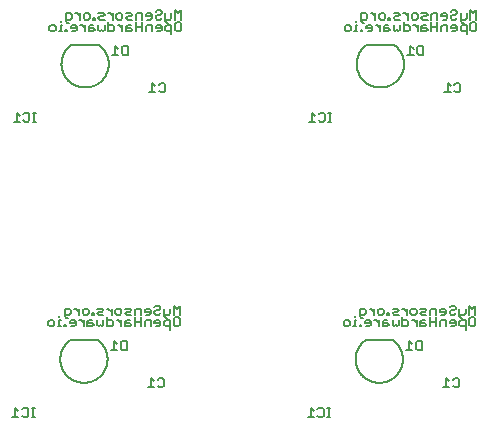
<source format=gbo>
G75*
%MOIN*%
%OFA0B0*%
%FSLAX25Y25*%
%IPPOS*%
%LPD*%
%AMOC8*
5,1,8,0,0,1.08239X$1,22.5*
%
%ADD10C,0.00500*%
D10*
X0026569Y0031104D02*
X0028599Y0031104D01*
X0027584Y0031104D02*
X0027584Y0034150D01*
X0028599Y0033135D01*
X0029831Y0033643D02*
X0030339Y0034150D01*
X0031354Y0034150D01*
X0031862Y0033643D01*
X0031862Y0031612D01*
X0031354Y0031104D01*
X0030339Y0031104D01*
X0029831Y0031612D01*
X0033022Y0031104D02*
X0034037Y0031104D01*
X0033529Y0031104D02*
X0033529Y0034150D01*
X0033022Y0034150D02*
X0034037Y0034150D01*
X0045685Y0056708D02*
X0045532Y0056591D01*
X0045382Y0056469D01*
X0045235Y0056344D01*
X0045091Y0056216D01*
X0044951Y0056084D01*
X0044813Y0055949D01*
X0044679Y0055810D01*
X0044549Y0055668D01*
X0044422Y0055523D01*
X0044298Y0055375D01*
X0044178Y0055224D01*
X0044062Y0055070D01*
X0043950Y0054913D01*
X0043842Y0054753D01*
X0043737Y0054591D01*
X0043637Y0054426D01*
X0043541Y0054259D01*
X0043448Y0054090D01*
X0043360Y0053919D01*
X0043277Y0053745D01*
X0043197Y0053569D01*
X0043122Y0053392D01*
X0043051Y0053212D01*
X0042984Y0053031D01*
X0042922Y0052849D01*
X0042865Y0052665D01*
X0042812Y0052479D01*
X0042764Y0052292D01*
X0042720Y0052105D01*
X0042681Y0051916D01*
X0042646Y0051726D01*
X0042616Y0051536D01*
X0042591Y0051344D01*
X0042570Y0051153D01*
X0042554Y0050961D01*
X0042543Y0050768D01*
X0042537Y0050575D01*
X0042535Y0050382D01*
X0042538Y0050190D01*
X0042546Y0049997D01*
X0042558Y0049805D01*
X0042575Y0049612D01*
X0042597Y0049421D01*
X0042624Y0049230D01*
X0042655Y0049040D01*
X0042691Y0048850D01*
X0042731Y0048662D01*
X0042776Y0048474D01*
X0042826Y0048288D01*
X0042880Y0048103D01*
X0042939Y0047919D01*
X0043002Y0047737D01*
X0043070Y0047556D01*
X0043142Y0047377D01*
X0043218Y0047200D01*
X0043299Y0047025D01*
X0043384Y0046852D01*
X0043473Y0046681D01*
X0043567Y0046512D01*
X0043664Y0046346D01*
X0043766Y0046182D01*
X0043871Y0046021D01*
X0043981Y0045862D01*
X0044094Y0045706D01*
X0044211Y0045553D01*
X0044332Y0045402D01*
X0044456Y0045255D01*
X0044584Y0045111D01*
X0044716Y0044970D01*
X0044851Y0044832D01*
X0044989Y0044697D01*
X0045130Y0044566D01*
X0045275Y0044439D01*
X0045423Y0044315D01*
X0045573Y0044195D01*
X0045727Y0044078D01*
X0045884Y0043965D01*
X0046043Y0043856D01*
X0046204Y0043752D01*
X0046369Y0043651D01*
X0046535Y0043554D01*
X0046705Y0043461D01*
X0046876Y0043372D01*
X0047049Y0043288D01*
X0047225Y0043208D01*
X0047402Y0043132D01*
X0047581Y0043060D01*
X0047762Y0042993D01*
X0047944Y0042931D01*
X0048128Y0042873D01*
X0048313Y0042819D01*
X0048500Y0042770D01*
X0048687Y0042726D01*
X0048876Y0042686D01*
X0049066Y0042650D01*
X0049256Y0042620D01*
X0049447Y0042594D01*
X0049639Y0042573D01*
X0049831Y0042556D01*
X0050023Y0042544D01*
X0050216Y0042537D01*
X0050409Y0042535D01*
X0050602Y0042537D01*
X0050795Y0042544D01*
X0050987Y0042556D01*
X0051179Y0042573D01*
X0051371Y0042594D01*
X0051562Y0042620D01*
X0051752Y0042650D01*
X0051942Y0042686D01*
X0052131Y0042726D01*
X0052318Y0042770D01*
X0052505Y0042819D01*
X0052690Y0042873D01*
X0052874Y0042931D01*
X0053056Y0042993D01*
X0053237Y0043060D01*
X0053416Y0043132D01*
X0053593Y0043208D01*
X0053769Y0043288D01*
X0053942Y0043372D01*
X0054113Y0043461D01*
X0054283Y0043554D01*
X0054449Y0043651D01*
X0054614Y0043752D01*
X0054775Y0043856D01*
X0054934Y0043965D01*
X0055091Y0044078D01*
X0055245Y0044195D01*
X0055395Y0044315D01*
X0055543Y0044439D01*
X0055688Y0044566D01*
X0055829Y0044697D01*
X0055967Y0044832D01*
X0056102Y0044970D01*
X0056234Y0045111D01*
X0056362Y0045255D01*
X0056486Y0045402D01*
X0056607Y0045553D01*
X0056724Y0045706D01*
X0056837Y0045862D01*
X0056947Y0046021D01*
X0057052Y0046182D01*
X0057154Y0046346D01*
X0057251Y0046512D01*
X0057345Y0046681D01*
X0057434Y0046852D01*
X0057519Y0047025D01*
X0057600Y0047200D01*
X0057676Y0047377D01*
X0057748Y0047556D01*
X0057816Y0047737D01*
X0057879Y0047919D01*
X0057938Y0048103D01*
X0057992Y0048288D01*
X0058042Y0048474D01*
X0058087Y0048662D01*
X0058127Y0048850D01*
X0058163Y0049040D01*
X0058194Y0049230D01*
X0058221Y0049421D01*
X0058243Y0049612D01*
X0058260Y0049805D01*
X0058272Y0049997D01*
X0058280Y0050190D01*
X0058283Y0050382D01*
X0058281Y0050575D01*
X0058275Y0050768D01*
X0058264Y0050961D01*
X0058248Y0051153D01*
X0058227Y0051344D01*
X0058202Y0051536D01*
X0058172Y0051726D01*
X0058137Y0051916D01*
X0058098Y0052105D01*
X0058054Y0052292D01*
X0058006Y0052479D01*
X0057953Y0052665D01*
X0057896Y0052849D01*
X0057834Y0053031D01*
X0057767Y0053212D01*
X0057696Y0053392D01*
X0057621Y0053569D01*
X0057541Y0053745D01*
X0057458Y0053919D01*
X0057370Y0054090D01*
X0057277Y0054259D01*
X0057181Y0054426D01*
X0057081Y0054591D01*
X0056976Y0054753D01*
X0056868Y0054913D01*
X0056756Y0055070D01*
X0056640Y0055224D01*
X0056520Y0055375D01*
X0056396Y0055523D01*
X0056269Y0055668D01*
X0056139Y0055810D01*
X0056005Y0055949D01*
X0055867Y0056084D01*
X0055727Y0056216D01*
X0055583Y0056344D01*
X0055436Y0056469D01*
X0055286Y0056591D01*
X0055133Y0056708D01*
X0055134Y0056709D02*
X0045685Y0056709D01*
X0046119Y0061289D02*
X0047134Y0061289D01*
X0047642Y0061797D01*
X0047642Y0062812D01*
X0047134Y0063320D01*
X0046119Y0063320D01*
X0045611Y0062812D01*
X0045611Y0062305D01*
X0047642Y0062305D01*
X0048838Y0063320D02*
X0049345Y0063320D01*
X0050360Y0062305D01*
X0050360Y0063320D02*
X0050360Y0061289D01*
X0051592Y0061289D02*
X0053115Y0061289D01*
X0053623Y0061797D01*
X0053115Y0062305D01*
X0051592Y0062305D01*
X0051592Y0062812D02*
X0051592Y0061289D01*
X0051592Y0062812D02*
X0052100Y0063320D01*
X0053115Y0063320D01*
X0054855Y0063320D02*
X0054855Y0061797D01*
X0055363Y0061289D01*
X0055870Y0061797D01*
X0056378Y0061289D01*
X0056886Y0061797D01*
X0056886Y0063320D01*
X0058118Y0063320D02*
X0059641Y0063320D01*
X0060148Y0062812D01*
X0060148Y0061797D01*
X0059641Y0061289D01*
X0058118Y0061289D01*
X0058118Y0064335D01*
X0056886Y0065187D02*
X0055363Y0065187D01*
X0054855Y0065695D01*
X0055363Y0066202D01*
X0056378Y0066202D01*
X0056886Y0066710D01*
X0056378Y0067218D01*
X0054855Y0067218D01*
X0053623Y0065695D02*
X0053115Y0065695D01*
X0053115Y0065187D01*
X0053623Y0065187D01*
X0053623Y0065695D01*
X0051992Y0065695D02*
X0051484Y0065187D01*
X0050469Y0065187D01*
X0049961Y0065695D01*
X0049961Y0066710D01*
X0050469Y0067218D01*
X0051484Y0067218D01*
X0051992Y0066710D01*
X0051992Y0065695D01*
X0048729Y0066202D02*
X0047714Y0067218D01*
X0047206Y0067218D01*
X0046010Y0066710D02*
X0046010Y0065695D01*
X0045503Y0065187D01*
X0043980Y0065187D01*
X0043980Y0064679D02*
X0043980Y0067218D01*
X0045503Y0067218D01*
X0046010Y0066710D01*
X0044995Y0064172D02*
X0044487Y0064172D01*
X0043980Y0064679D01*
X0042240Y0064843D02*
X0042240Y0064335D01*
X0042240Y0063320D02*
X0042240Y0061289D01*
X0042748Y0061289D02*
X0041732Y0061289D01*
X0040573Y0061797D02*
X0040065Y0061289D01*
X0039050Y0061289D01*
X0038542Y0061797D01*
X0038542Y0062812D01*
X0039050Y0063320D01*
X0040065Y0063320D01*
X0040573Y0062812D01*
X0040573Y0061797D01*
X0042240Y0063320D02*
X0042748Y0063320D01*
X0043871Y0061797D02*
X0043871Y0061289D01*
X0044379Y0061289D01*
X0044379Y0061797D01*
X0043871Y0061797D01*
X0048729Y0065187D02*
X0048729Y0067218D01*
X0058082Y0067218D02*
X0058589Y0067218D01*
X0059605Y0066202D01*
X0059605Y0065187D02*
X0059605Y0067218D01*
X0060837Y0066710D02*
X0060837Y0065695D01*
X0061344Y0065187D01*
X0062360Y0065187D01*
X0062867Y0065695D01*
X0062867Y0066710D01*
X0062360Y0067218D01*
X0061344Y0067218D01*
X0060837Y0066710D01*
X0064099Y0067218D02*
X0065622Y0067218D01*
X0066130Y0066710D01*
X0065622Y0066202D01*
X0064607Y0066202D01*
X0064099Y0065695D01*
X0064607Y0065187D01*
X0066130Y0065187D01*
X0067362Y0065187D02*
X0067362Y0066710D01*
X0067869Y0067218D01*
X0069392Y0067218D01*
X0069392Y0065187D01*
X0069392Y0064335D02*
X0069392Y0061289D01*
X0070624Y0061289D02*
X0070624Y0062812D01*
X0071132Y0063320D01*
X0072655Y0063320D01*
X0072655Y0061289D01*
X0073887Y0062305D02*
X0075918Y0062305D01*
X0075918Y0062812D02*
X0075410Y0063320D01*
X0074395Y0063320D01*
X0073887Y0062812D01*
X0073887Y0062305D01*
X0074395Y0061289D02*
X0075410Y0061289D01*
X0075918Y0061797D01*
X0075918Y0062812D01*
X0077150Y0062812D02*
X0077150Y0061797D01*
X0077657Y0061289D01*
X0079180Y0061289D01*
X0079180Y0060274D02*
X0079180Y0063320D01*
X0077657Y0063320D01*
X0077150Y0062812D01*
X0077657Y0064172D02*
X0078165Y0064172D01*
X0077657Y0064172D02*
X0077150Y0064679D01*
X0077150Y0067218D01*
X0075918Y0067218D02*
X0075410Y0066710D01*
X0074395Y0066710D01*
X0073887Y0066202D01*
X0073887Y0065695D01*
X0074395Y0065187D01*
X0075410Y0065187D01*
X0075918Y0065695D01*
X0077150Y0065187D02*
X0078673Y0065187D01*
X0079180Y0065695D01*
X0079180Y0067218D01*
X0080412Y0068233D02*
X0080412Y0065187D01*
X0080920Y0064335D02*
X0080412Y0063828D01*
X0080412Y0061797D01*
X0080920Y0061289D01*
X0081935Y0061289D01*
X0082443Y0061797D01*
X0082443Y0063828D01*
X0081935Y0064335D01*
X0080920Y0064335D01*
X0082443Y0065187D02*
X0082443Y0068233D01*
X0081428Y0067218D01*
X0080412Y0068233D01*
X0075918Y0067725D02*
X0075918Y0067218D01*
X0075918Y0067725D02*
X0075410Y0068233D01*
X0074395Y0068233D01*
X0073887Y0067725D01*
X0072655Y0066710D02*
X0072655Y0065695D01*
X0072147Y0065187D01*
X0071132Y0065187D01*
X0070624Y0066202D02*
X0072655Y0066202D01*
X0072655Y0066710D02*
X0072147Y0067218D01*
X0071132Y0067218D01*
X0070624Y0066710D01*
X0070624Y0066202D01*
X0069392Y0062812D02*
X0067362Y0062812D01*
X0067362Y0064335D02*
X0067362Y0061289D01*
X0066130Y0061797D02*
X0065622Y0062305D01*
X0064099Y0062305D01*
X0064099Y0062812D02*
X0064099Y0061289D01*
X0065622Y0061289D01*
X0066130Y0061797D01*
X0065622Y0063320D02*
X0064607Y0063320D01*
X0064099Y0062812D01*
X0062867Y0062305D02*
X0061852Y0063320D01*
X0061344Y0063320D01*
X0062867Y0063320D02*
X0062867Y0061289D01*
X0063203Y0056461D02*
X0064726Y0056461D01*
X0064726Y0053415D01*
X0063203Y0053415D01*
X0062696Y0053923D01*
X0062696Y0055954D01*
X0063203Y0056461D01*
X0061464Y0055446D02*
X0060448Y0056461D01*
X0060448Y0053415D01*
X0059433Y0053415D02*
X0061464Y0053415D01*
X0072791Y0044001D02*
X0072791Y0040955D01*
X0073806Y0040955D02*
X0071776Y0040955D01*
X0073806Y0042985D02*
X0072791Y0044001D01*
X0075038Y0043493D02*
X0075546Y0044001D01*
X0076561Y0044001D01*
X0077069Y0043493D01*
X0077069Y0041462D01*
X0076561Y0040955D01*
X0075546Y0040955D01*
X0075038Y0041462D01*
X0124994Y0031104D02*
X0127024Y0031104D01*
X0126009Y0031104D02*
X0126009Y0034150D01*
X0127024Y0033135D01*
X0128256Y0033643D02*
X0128764Y0034150D01*
X0129779Y0034150D01*
X0130287Y0033643D01*
X0130287Y0031612D01*
X0129779Y0031104D01*
X0128764Y0031104D01*
X0128256Y0031612D01*
X0131447Y0031104D02*
X0132462Y0031104D01*
X0131955Y0031104D02*
X0131955Y0034150D01*
X0132462Y0034150D02*
X0131447Y0034150D01*
X0144111Y0056708D02*
X0143958Y0056591D01*
X0143808Y0056469D01*
X0143661Y0056344D01*
X0143517Y0056216D01*
X0143377Y0056084D01*
X0143239Y0055949D01*
X0143105Y0055810D01*
X0142975Y0055668D01*
X0142848Y0055523D01*
X0142724Y0055375D01*
X0142604Y0055224D01*
X0142488Y0055070D01*
X0142376Y0054913D01*
X0142268Y0054753D01*
X0142163Y0054591D01*
X0142063Y0054426D01*
X0141967Y0054259D01*
X0141874Y0054090D01*
X0141786Y0053919D01*
X0141703Y0053745D01*
X0141623Y0053569D01*
X0141548Y0053392D01*
X0141477Y0053212D01*
X0141410Y0053031D01*
X0141348Y0052849D01*
X0141291Y0052665D01*
X0141238Y0052479D01*
X0141190Y0052292D01*
X0141146Y0052105D01*
X0141107Y0051916D01*
X0141072Y0051726D01*
X0141042Y0051536D01*
X0141017Y0051344D01*
X0140996Y0051153D01*
X0140980Y0050961D01*
X0140969Y0050768D01*
X0140963Y0050575D01*
X0140961Y0050382D01*
X0140964Y0050190D01*
X0140972Y0049997D01*
X0140984Y0049805D01*
X0141001Y0049612D01*
X0141023Y0049421D01*
X0141050Y0049230D01*
X0141081Y0049040D01*
X0141117Y0048850D01*
X0141157Y0048662D01*
X0141202Y0048474D01*
X0141252Y0048288D01*
X0141306Y0048103D01*
X0141365Y0047919D01*
X0141428Y0047737D01*
X0141496Y0047556D01*
X0141568Y0047377D01*
X0141644Y0047200D01*
X0141725Y0047025D01*
X0141810Y0046852D01*
X0141899Y0046681D01*
X0141993Y0046512D01*
X0142090Y0046346D01*
X0142192Y0046182D01*
X0142297Y0046021D01*
X0142407Y0045862D01*
X0142520Y0045706D01*
X0142637Y0045553D01*
X0142758Y0045402D01*
X0142882Y0045255D01*
X0143010Y0045111D01*
X0143142Y0044970D01*
X0143277Y0044832D01*
X0143415Y0044697D01*
X0143556Y0044566D01*
X0143701Y0044439D01*
X0143849Y0044315D01*
X0143999Y0044195D01*
X0144153Y0044078D01*
X0144310Y0043965D01*
X0144469Y0043856D01*
X0144630Y0043752D01*
X0144795Y0043651D01*
X0144961Y0043554D01*
X0145131Y0043461D01*
X0145302Y0043372D01*
X0145475Y0043288D01*
X0145651Y0043208D01*
X0145828Y0043132D01*
X0146007Y0043060D01*
X0146188Y0042993D01*
X0146370Y0042931D01*
X0146554Y0042873D01*
X0146739Y0042819D01*
X0146926Y0042770D01*
X0147113Y0042726D01*
X0147302Y0042686D01*
X0147492Y0042650D01*
X0147682Y0042620D01*
X0147873Y0042594D01*
X0148065Y0042573D01*
X0148257Y0042556D01*
X0148449Y0042544D01*
X0148642Y0042537D01*
X0148835Y0042535D01*
X0149028Y0042537D01*
X0149221Y0042544D01*
X0149413Y0042556D01*
X0149605Y0042573D01*
X0149797Y0042594D01*
X0149988Y0042620D01*
X0150178Y0042650D01*
X0150368Y0042686D01*
X0150557Y0042726D01*
X0150744Y0042770D01*
X0150931Y0042819D01*
X0151116Y0042873D01*
X0151300Y0042931D01*
X0151482Y0042993D01*
X0151663Y0043060D01*
X0151842Y0043132D01*
X0152019Y0043208D01*
X0152195Y0043288D01*
X0152368Y0043372D01*
X0152539Y0043461D01*
X0152709Y0043554D01*
X0152875Y0043651D01*
X0153040Y0043752D01*
X0153201Y0043856D01*
X0153360Y0043965D01*
X0153517Y0044078D01*
X0153671Y0044195D01*
X0153821Y0044315D01*
X0153969Y0044439D01*
X0154114Y0044566D01*
X0154255Y0044697D01*
X0154393Y0044832D01*
X0154528Y0044970D01*
X0154660Y0045111D01*
X0154788Y0045255D01*
X0154912Y0045402D01*
X0155033Y0045553D01*
X0155150Y0045706D01*
X0155263Y0045862D01*
X0155373Y0046021D01*
X0155478Y0046182D01*
X0155580Y0046346D01*
X0155677Y0046512D01*
X0155771Y0046681D01*
X0155860Y0046852D01*
X0155945Y0047025D01*
X0156026Y0047200D01*
X0156102Y0047377D01*
X0156174Y0047556D01*
X0156242Y0047737D01*
X0156305Y0047919D01*
X0156364Y0048103D01*
X0156418Y0048288D01*
X0156468Y0048474D01*
X0156513Y0048662D01*
X0156553Y0048850D01*
X0156589Y0049040D01*
X0156620Y0049230D01*
X0156647Y0049421D01*
X0156669Y0049612D01*
X0156686Y0049805D01*
X0156698Y0049997D01*
X0156706Y0050190D01*
X0156709Y0050382D01*
X0156707Y0050575D01*
X0156701Y0050768D01*
X0156690Y0050961D01*
X0156674Y0051153D01*
X0156653Y0051344D01*
X0156628Y0051536D01*
X0156598Y0051726D01*
X0156563Y0051916D01*
X0156524Y0052105D01*
X0156480Y0052292D01*
X0156432Y0052479D01*
X0156379Y0052665D01*
X0156322Y0052849D01*
X0156260Y0053031D01*
X0156193Y0053212D01*
X0156122Y0053392D01*
X0156047Y0053569D01*
X0155967Y0053745D01*
X0155884Y0053919D01*
X0155796Y0054090D01*
X0155703Y0054259D01*
X0155607Y0054426D01*
X0155507Y0054591D01*
X0155402Y0054753D01*
X0155294Y0054913D01*
X0155182Y0055070D01*
X0155066Y0055224D01*
X0154946Y0055375D01*
X0154822Y0055523D01*
X0154695Y0055668D01*
X0154565Y0055810D01*
X0154431Y0055949D01*
X0154293Y0056084D01*
X0154153Y0056216D01*
X0154009Y0056344D01*
X0153862Y0056469D01*
X0153712Y0056591D01*
X0153559Y0056708D01*
X0153559Y0056709D02*
X0144110Y0056709D01*
X0144544Y0061289D02*
X0145559Y0061289D01*
X0146067Y0061797D01*
X0146067Y0062812D01*
X0145559Y0063320D01*
X0144544Y0063320D01*
X0144036Y0062812D01*
X0144036Y0062305D01*
X0146067Y0062305D01*
X0147263Y0063320D02*
X0147770Y0063320D01*
X0148786Y0062305D01*
X0148786Y0063320D02*
X0148786Y0061289D01*
X0150018Y0061289D02*
X0150018Y0062812D01*
X0150525Y0063320D01*
X0151541Y0063320D01*
X0151541Y0062305D02*
X0150018Y0062305D01*
X0150018Y0061289D02*
X0151541Y0061289D01*
X0152048Y0061797D01*
X0151541Y0062305D01*
X0153280Y0061797D02*
X0153280Y0063320D01*
X0153280Y0061797D02*
X0153788Y0061289D01*
X0154296Y0061797D01*
X0154803Y0061289D01*
X0155311Y0061797D01*
X0155311Y0063320D01*
X0156543Y0063320D02*
X0158066Y0063320D01*
X0158574Y0062812D01*
X0158574Y0061797D01*
X0158066Y0061289D01*
X0156543Y0061289D01*
X0156543Y0064335D01*
X0155311Y0065187D02*
X0153788Y0065187D01*
X0153280Y0065695D01*
X0153788Y0066202D01*
X0154803Y0066202D01*
X0155311Y0066710D01*
X0154803Y0067218D01*
X0153280Y0067218D01*
X0152048Y0065695D02*
X0151541Y0065695D01*
X0151541Y0065187D01*
X0152048Y0065187D01*
X0152048Y0065695D01*
X0150417Y0065695D02*
X0150417Y0066710D01*
X0149909Y0067218D01*
X0148894Y0067218D01*
X0148386Y0066710D01*
X0148386Y0065695D01*
X0148894Y0065187D01*
X0149909Y0065187D01*
X0150417Y0065695D01*
X0147154Y0066202D02*
X0146139Y0067218D01*
X0145631Y0067218D01*
X0144435Y0066710D02*
X0144435Y0065695D01*
X0143928Y0065187D01*
X0142405Y0065187D01*
X0142405Y0064679D02*
X0142405Y0067218D01*
X0143928Y0067218D01*
X0144435Y0066710D01*
X0143420Y0064172D02*
X0142913Y0064172D01*
X0142405Y0064679D01*
X0140665Y0064843D02*
X0140665Y0064335D01*
X0140665Y0063320D02*
X0140665Y0061289D01*
X0140158Y0061289D02*
X0141173Y0061289D01*
X0142297Y0061289D02*
X0142297Y0061797D01*
X0142804Y0061797D01*
X0142804Y0061289D01*
X0142297Y0061289D01*
X0141173Y0063320D02*
X0140665Y0063320D01*
X0138998Y0062812D02*
X0138998Y0061797D01*
X0138490Y0061289D01*
X0137475Y0061289D01*
X0136967Y0061797D01*
X0136967Y0062812D01*
X0137475Y0063320D01*
X0138490Y0063320D01*
X0138998Y0062812D01*
X0147154Y0065187D02*
X0147154Y0067218D01*
X0156507Y0067218D02*
X0157014Y0067218D01*
X0158030Y0066202D01*
X0158030Y0065187D02*
X0158030Y0067218D01*
X0159262Y0066710D02*
X0159769Y0067218D01*
X0160785Y0067218D01*
X0161292Y0066710D01*
X0161292Y0065695D01*
X0160785Y0065187D01*
X0159769Y0065187D01*
X0159262Y0065695D01*
X0159262Y0066710D01*
X0162524Y0067218D02*
X0164047Y0067218D01*
X0164555Y0066710D01*
X0164047Y0066202D01*
X0163032Y0066202D01*
X0162524Y0065695D01*
X0163032Y0065187D01*
X0164555Y0065187D01*
X0165787Y0065187D02*
X0165787Y0066710D01*
X0166295Y0067218D01*
X0167818Y0067218D01*
X0167818Y0065187D01*
X0167818Y0064335D02*
X0167818Y0061289D01*
X0169050Y0061289D02*
X0169050Y0062812D01*
X0169557Y0063320D01*
X0171080Y0063320D01*
X0171080Y0061289D01*
X0172312Y0062305D02*
X0174343Y0062305D01*
X0174343Y0062812D02*
X0173835Y0063320D01*
X0172820Y0063320D01*
X0172312Y0062812D01*
X0172312Y0062305D01*
X0172820Y0061289D02*
X0173835Y0061289D01*
X0174343Y0061797D01*
X0174343Y0062812D01*
X0175575Y0062812D02*
X0175575Y0061797D01*
X0176083Y0061289D01*
X0177605Y0061289D01*
X0177605Y0060274D02*
X0177605Y0063320D01*
X0176083Y0063320D01*
X0175575Y0062812D01*
X0176083Y0064172D02*
X0176590Y0064172D01*
X0176083Y0064172D02*
X0175575Y0064679D01*
X0175575Y0067218D01*
X0174343Y0067218D02*
X0173835Y0066710D01*
X0172820Y0066710D01*
X0172312Y0066202D01*
X0172312Y0065695D01*
X0172820Y0065187D01*
X0173835Y0065187D01*
X0174343Y0065695D01*
X0175575Y0065187D02*
X0177098Y0065187D01*
X0177605Y0065695D01*
X0177605Y0067218D01*
X0178838Y0068233D02*
X0178838Y0065187D01*
X0179345Y0064335D02*
X0178838Y0063828D01*
X0178838Y0061797D01*
X0179345Y0061289D01*
X0180360Y0061289D01*
X0180868Y0061797D01*
X0180868Y0063828D01*
X0180360Y0064335D01*
X0179345Y0064335D01*
X0180868Y0065187D02*
X0180868Y0068233D01*
X0179853Y0067218D01*
X0178838Y0068233D01*
X0174343Y0067725D02*
X0174343Y0067218D01*
X0174343Y0067725D02*
X0173835Y0068233D01*
X0172820Y0068233D01*
X0172312Y0067725D01*
X0171080Y0066710D02*
X0171080Y0065695D01*
X0170573Y0065187D01*
X0169557Y0065187D01*
X0169050Y0066202D02*
X0171080Y0066202D01*
X0171080Y0066710D02*
X0170573Y0067218D01*
X0169557Y0067218D01*
X0169050Y0066710D01*
X0169050Y0066202D01*
X0165787Y0064335D02*
X0165787Y0061289D01*
X0164555Y0061797D02*
X0164047Y0062305D01*
X0162524Y0062305D01*
X0162524Y0062812D02*
X0162524Y0061289D01*
X0164047Y0061289D01*
X0164555Y0061797D01*
X0165787Y0062812D02*
X0167818Y0062812D01*
X0164047Y0063320D02*
X0163032Y0063320D01*
X0162524Y0062812D01*
X0161292Y0062305D02*
X0160277Y0063320D01*
X0159769Y0063320D01*
X0161292Y0063320D02*
X0161292Y0061289D01*
X0161629Y0056461D02*
X0161121Y0055954D01*
X0161121Y0053923D01*
X0161629Y0053415D01*
X0163152Y0053415D01*
X0163152Y0056461D01*
X0161629Y0056461D01*
X0159889Y0055446D02*
X0158874Y0056461D01*
X0158874Y0053415D01*
X0159889Y0053415D02*
X0157858Y0053415D01*
X0171216Y0044001D02*
X0171216Y0040955D01*
X0170201Y0040955D02*
X0172232Y0040955D01*
X0173464Y0041462D02*
X0173971Y0040955D01*
X0174987Y0040955D01*
X0175494Y0041462D01*
X0175494Y0043493D01*
X0174987Y0044001D01*
X0173971Y0044001D01*
X0173464Y0043493D01*
X0172232Y0042985D02*
X0171216Y0044001D01*
X0132856Y0129530D02*
X0131841Y0129530D01*
X0132348Y0129530D02*
X0132348Y0132575D01*
X0131841Y0132575D02*
X0132856Y0132575D01*
X0130681Y0132068D02*
X0130681Y0130037D01*
X0130173Y0129530D01*
X0129158Y0129530D01*
X0128650Y0130037D01*
X0127418Y0129530D02*
X0125388Y0129530D01*
X0126403Y0129530D02*
X0126403Y0132575D01*
X0127418Y0131560D01*
X0128650Y0132068D02*
X0129158Y0132575D01*
X0130173Y0132575D01*
X0130681Y0132068D01*
X0144504Y0155134D02*
X0144351Y0155017D01*
X0144201Y0154895D01*
X0144054Y0154770D01*
X0143910Y0154642D01*
X0143770Y0154510D01*
X0143632Y0154375D01*
X0143498Y0154236D01*
X0143368Y0154094D01*
X0143241Y0153949D01*
X0143117Y0153801D01*
X0142997Y0153650D01*
X0142881Y0153496D01*
X0142769Y0153339D01*
X0142661Y0153179D01*
X0142556Y0153017D01*
X0142456Y0152852D01*
X0142360Y0152685D01*
X0142267Y0152516D01*
X0142179Y0152345D01*
X0142096Y0152171D01*
X0142016Y0151995D01*
X0141941Y0151818D01*
X0141870Y0151638D01*
X0141803Y0151457D01*
X0141741Y0151275D01*
X0141684Y0151091D01*
X0141631Y0150905D01*
X0141583Y0150718D01*
X0141539Y0150531D01*
X0141500Y0150342D01*
X0141465Y0150152D01*
X0141435Y0149962D01*
X0141410Y0149770D01*
X0141389Y0149579D01*
X0141373Y0149387D01*
X0141362Y0149194D01*
X0141356Y0149001D01*
X0141354Y0148808D01*
X0141357Y0148616D01*
X0141365Y0148423D01*
X0141377Y0148231D01*
X0141394Y0148038D01*
X0141416Y0147847D01*
X0141443Y0147656D01*
X0141474Y0147466D01*
X0141510Y0147276D01*
X0141550Y0147088D01*
X0141595Y0146900D01*
X0141645Y0146714D01*
X0141699Y0146529D01*
X0141758Y0146345D01*
X0141821Y0146163D01*
X0141889Y0145982D01*
X0141961Y0145803D01*
X0142037Y0145626D01*
X0142118Y0145451D01*
X0142203Y0145278D01*
X0142292Y0145107D01*
X0142386Y0144938D01*
X0142483Y0144772D01*
X0142585Y0144608D01*
X0142690Y0144447D01*
X0142800Y0144288D01*
X0142913Y0144132D01*
X0143030Y0143979D01*
X0143151Y0143828D01*
X0143275Y0143681D01*
X0143403Y0143537D01*
X0143535Y0143396D01*
X0143670Y0143258D01*
X0143808Y0143123D01*
X0143949Y0142992D01*
X0144094Y0142865D01*
X0144242Y0142741D01*
X0144392Y0142621D01*
X0144546Y0142504D01*
X0144703Y0142391D01*
X0144862Y0142282D01*
X0145023Y0142178D01*
X0145188Y0142077D01*
X0145354Y0141980D01*
X0145524Y0141887D01*
X0145695Y0141798D01*
X0145868Y0141714D01*
X0146044Y0141634D01*
X0146221Y0141558D01*
X0146400Y0141486D01*
X0146581Y0141419D01*
X0146763Y0141357D01*
X0146947Y0141299D01*
X0147132Y0141245D01*
X0147319Y0141196D01*
X0147506Y0141152D01*
X0147695Y0141112D01*
X0147885Y0141076D01*
X0148075Y0141046D01*
X0148266Y0141020D01*
X0148458Y0140999D01*
X0148650Y0140982D01*
X0148842Y0140970D01*
X0149035Y0140963D01*
X0149228Y0140961D01*
X0149421Y0140963D01*
X0149614Y0140970D01*
X0149806Y0140982D01*
X0149998Y0140999D01*
X0150190Y0141020D01*
X0150381Y0141046D01*
X0150571Y0141076D01*
X0150761Y0141112D01*
X0150950Y0141152D01*
X0151137Y0141196D01*
X0151324Y0141245D01*
X0151509Y0141299D01*
X0151693Y0141357D01*
X0151875Y0141419D01*
X0152056Y0141486D01*
X0152235Y0141558D01*
X0152412Y0141634D01*
X0152588Y0141714D01*
X0152761Y0141798D01*
X0152932Y0141887D01*
X0153102Y0141980D01*
X0153268Y0142077D01*
X0153433Y0142178D01*
X0153594Y0142282D01*
X0153753Y0142391D01*
X0153910Y0142504D01*
X0154064Y0142621D01*
X0154214Y0142741D01*
X0154362Y0142865D01*
X0154507Y0142992D01*
X0154648Y0143123D01*
X0154786Y0143258D01*
X0154921Y0143396D01*
X0155053Y0143537D01*
X0155181Y0143681D01*
X0155305Y0143828D01*
X0155426Y0143979D01*
X0155543Y0144132D01*
X0155656Y0144288D01*
X0155766Y0144447D01*
X0155871Y0144608D01*
X0155973Y0144772D01*
X0156070Y0144938D01*
X0156164Y0145107D01*
X0156253Y0145278D01*
X0156338Y0145451D01*
X0156419Y0145626D01*
X0156495Y0145803D01*
X0156567Y0145982D01*
X0156635Y0146163D01*
X0156698Y0146345D01*
X0156757Y0146529D01*
X0156811Y0146714D01*
X0156861Y0146900D01*
X0156906Y0147088D01*
X0156946Y0147276D01*
X0156982Y0147466D01*
X0157013Y0147656D01*
X0157040Y0147847D01*
X0157062Y0148038D01*
X0157079Y0148231D01*
X0157091Y0148423D01*
X0157099Y0148616D01*
X0157102Y0148808D01*
X0157100Y0149001D01*
X0157094Y0149194D01*
X0157083Y0149387D01*
X0157067Y0149579D01*
X0157046Y0149770D01*
X0157021Y0149962D01*
X0156991Y0150152D01*
X0156956Y0150342D01*
X0156917Y0150531D01*
X0156873Y0150718D01*
X0156825Y0150905D01*
X0156772Y0151091D01*
X0156715Y0151275D01*
X0156653Y0151457D01*
X0156586Y0151638D01*
X0156515Y0151818D01*
X0156440Y0151995D01*
X0156360Y0152171D01*
X0156277Y0152345D01*
X0156189Y0152516D01*
X0156096Y0152685D01*
X0156000Y0152852D01*
X0155900Y0153017D01*
X0155795Y0153179D01*
X0155687Y0153339D01*
X0155575Y0153496D01*
X0155459Y0153650D01*
X0155339Y0153801D01*
X0155215Y0153949D01*
X0155088Y0154094D01*
X0154958Y0154236D01*
X0154824Y0154375D01*
X0154686Y0154510D01*
X0154546Y0154642D01*
X0154402Y0154770D01*
X0154255Y0154895D01*
X0154105Y0155017D01*
X0153952Y0155134D01*
X0153953Y0155134D02*
X0144504Y0155134D01*
X0144938Y0159715D02*
X0145953Y0159715D01*
X0146461Y0160222D01*
X0146461Y0161238D01*
X0145953Y0161745D01*
X0144938Y0161745D01*
X0144430Y0161238D01*
X0144430Y0160730D01*
X0146461Y0160730D01*
X0147656Y0161745D02*
X0148164Y0161745D01*
X0149179Y0160730D01*
X0149179Y0159715D02*
X0149179Y0161745D01*
X0150411Y0161238D02*
X0150411Y0159715D01*
X0151934Y0159715D01*
X0152442Y0160222D01*
X0151934Y0160730D01*
X0150411Y0160730D01*
X0150411Y0161238D02*
X0150919Y0161745D01*
X0151934Y0161745D01*
X0153674Y0161745D02*
X0153674Y0160222D01*
X0154182Y0159715D01*
X0154689Y0160222D01*
X0155197Y0159715D01*
X0155705Y0160222D01*
X0155705Y0161745D01*
X0156937Y0161745D02*
X0158460Y0161745D01*
X0158967Y0161238D01*
X0158967Y0160222D01*
X0158460Y0159715D01*
X0156937Y0159715D01*
X0156937Y0162760D01*
X0155705Y0163612D02*
X0154182Y0163612D01*
X0153674Y0164120D01*
X0154182Y0164627D01*
X0155197Y0164627D01*
X0155705Y0165135D01*
X0155197Y0165643D01*
X0153674Y0165643D01*
X0152442Y0164120D02*
X0151934Y0164120D01*
X0151934Y0163612D01*
X0152442Y0163612D01*
X0152442Y0164120D01*
X0150811Y0164120D02*
X0150303Y0163612D01*
X0149288Y0163612D01*
X0148780Y0164120D01*
X0148780Y0165135D01*
X0149288Y0165643D01*
X0150303Y0165643D01*
X0150811Y0165135D01*
X0150811Y0164120D01*
X0147548Y0164627D02*
X0146533Y0165643D01*
X0146025Y0165643D01*
X0144829Y0165135D02*
X0144829Y0164120D01*
X0144322Y0163612D01*
X0142799Y0163612D01*
X0142799Y0163105D02*
X0142799Y0165643D01*
X0144322Y0165643D01*
X0144829Y0165135D01*
X0143814Y0162597D02*
X0143306Y0162597D01*
X0142799Y0163105D01*
X0141059Y0163268D02*
X0141059Y0162760D01*
X0141059Y0161745D02*
X0141059Y0159715D01*
X0141567Y0159715D02*
X0140551Y0159715D01*
X0139391Y0160222D02*
X0138884Y0159715D01*
X0137869Y0159715D01*
X0137361Y0160222D01*
X0137361Y0161238D01*
X0137869Y0161745D01*
X0138884Y0161745D01*
X0139391Y0161238D01*
X0139391Y0160222D01*
X0141059Y0161745D02*
X0141567Y0161745D01*
X0142690Y0160222D02*
X0142690Y0159715D01*
X0143198Y0159715D01*
X0143198Y0160222D01*
X0142690Y0160222D01*
X0147548Y0163612D02*
X0147548Y0165643D01*
X0156901Y0165643D02*
X0157408Y0165643D01*
X0158423Y0164627D01*
X0158423Y0163612D02*
X0158423Y0165643D01*
X0159655Y0165135D02*
X0160163Y0165643D01*
X0161178Y0165643D01*
X0161686Y0165135D01*
X0161686Y0164120D01*
X0161178Y0163612D01*
X0160163Y0163612D01*
X0159655Y0164120D01*
X0159655Y0165135D01*
X0162918Y0165643D02*
X0164441Y0165643D01*
X0164949Y0165135D01*
X0164441Y0164627D01*
X0163426Y0164627D01*
X0162918Y0164120D01*
X0163426Y0163612D01*
X0164949Y0163612D01*
X0166181Y0163612D02*
X0166181Y0165135D01*
X0166688Y0165643D01*
X0168211Y0165643D01*
X0168211Y0163612D01*
X0168211Y0162760D02*
X0168211Y0159715D01*
X0169443Y0159715D02*
X0169443Y0161238D01*
X0169951Y0161745D01*
X0171474Y0161745D01*
X0171474Y0159715D01*
X0172706Y0160730D02*
X0174737Y0160730D01*
X0174737Y0161238D02*
X0174229Y0161745D01*
X0173214Y0161745D01*
X0172706Y0161238D01*
X0172706Y0160730D01*
X0173214Y0159715D02*
X0174229Y0159715D01*
X0174737Y0160222D01*
X0174737Y0161238D01*
X0175969Y0161238D02*
X0176476Y0161745D01*
X0177999Y0161745D01*
X0177999Y0158699D01*
X0177999Y0159715D02*
X0176476Y0159715D01*
X0175969Y0160222D01*
X0175969Y0161238D01*
X0176476Y0162597D02*
X0176984Y0162597D01*
X0176476Y0162597D02*
X0175969Y0163105D01*
X0175969Y0165643D01*
X0174737Y0165643D02*
X0174229Y0165135D01*
X0173214Y0165135D01*
X0172706Y0164627D01*
X0172706Y0164120D01*
X0173214Y0163612D01*
X0174229Y0163612D01*
X0174737Y0164120D01*
X0175969Y0163612D02*
X0177492Y0163612D01*
X0177999Y0164120D01*
X0177999Y0165643D01*
X0179231Y0166658D02*
X0179231Y0163612D01*
X0179739Y0162760D02*
X0179231Y0162253D01*
X0179231Y0160222D01*
X0179739Y0159715D01*
X0180754Y0159715D01*
X0181262Y0160222D01*
X0181262Y0162253D01*
X0180754Y0162760D01*
X0179739Y0162760D01*
X0181262Y0163612D02*
X0181262Y0166658D01*
X0180247Y0165643D01*
X0179231Y0166658D01*
X0174737Y0166150D02*
X0174737Y0165643D01*
X0174737Y0166150D02*
X0174229Y0166658D01*
X0173214Y0166658D01*
X0172706Y0166150D01*
X0171474Y0165135D02*
X0170966Y0165643D01*
X0169951Y0165643D01*
X0169443Y0165135D01*
X0169443Y0164627D01*
X0171474Y0164627D01*
X0171474Y0164120D02*
X0171474Y0165135D01*
X0171474Y0164120D02*
X0170966Y0163612D01*
X0169951Y0163612D01*
X0168211Y0161238D02*
X0166181Y0161238D01*
X0166181Y0162760D02*
X0166181Y0159715D01*
X0164949Y0160222D02*
X0164441Y0160730D01*
X0162918Y0160730D01*
X0162918Y0161238D02*
X0162918Y0159715D01*
X0164441Y0159715D01*
X0164949Y0160222D01*
X0164441Y0161745D02*
X0163426Y0161745D01*
X0162918Y0161238D01*
X0161686Y0161745D02*
X0161686Y0159715D01*
X0161686Y0160730D02*
X0160671Y0161745D01*
X0160163Y0161745D01*
X0159267Y0154886D02*
X0159267Y0151841D01*
X0158252Y0151841D02*
X0160283Y0151841D01*
X0161515Y0152348D02*
X0161515Y0154379D01*
X0162022Y0154886D01*
X0163545Y0154886D01*
X0163545Y0151841D01*
X0162022Y0151841D01*
X0161515Y0152348D01*
X0160283Y0153871D02*
X0159267Y0154886D01*
X0171610Y0142426D02*
X0172625Y0141411D01*
X0173857Y0141918D02*
X0174365Y0142426D01*
X0175380Y0142426D01*
X0175888Y0141918D01*
X0175888Y0139888D01*
X0175380Y0139380D01*
X0174365Y0139380D01*
X0173857Y0139888D01*
X0172625Y0139380D02*
X0170595Y0139380D01*
X0171610Y0139380D02*
X0171610Y0142426D01*
X0082837Y0160222D02*
X0082329Y0159715D01*
X0081314Y0159715D01*
X0080806Y0160222D01*
X0080806Y0162253D01*
X0081314Y0162760D01*
X0082329Y0162760D01*
X0082837Y0162253D01*
X0082837Y0160222D01*
X0079574Y0159715D02*
X0078051Y0159715D01*
X0077543Y0160222D01*
X0077543Y0161238D01*
X0078051Y0161745D01*
X0079574Y0161745D01*
X0079574Y0158699D01*
X0076311Y0160222D02*
X0076311Y0161238D01*
X0075804Y0161745D01*
X0074788Y0161745D01*
X0074281Y0161238D01*
X0074281Y0160730D01*
X0076311Y0160730D01*
X0076311Y0160222D02*
X0075804Y0159715D01*
X0074788Y0159715D01*
X0073049Y0159715D02*
X0073049Y0161745D01*
X0071526Y0161745D01*
X0071018Y0161238D01*
X0071018Y0159715D01*
X0069786Y0159715D02*
X0069786Y0162760D01*
X0069786Y0163612D02*
X0069786Y0165643D01*
X0068263Y0165643D01*
X0067756Y0165135D01*
X0067756Y0163612D01*
X0067756Y0162760D02*
X0067756Y0159715D01*
X0066523Y0160222D02*
X0066016Y0160730D01*
X0064493Y0160730D01*
X0064493Y0161238D02*
X0064493Y0159715D01*
X0066016Y0159715D01*
X0066523Y0160222D01*
X0067756Y0161238D02*
X0069786Y0161238D01*
X0071526Y0163612D02*
X0072541Y0163612D01*
X0073049Y0164120D01*
X0073049Y0165135D01*
X0072541Y0165643D01*
X0071526Y0165643D01*
X0071018Y0165135D01*
X0071018Y0164627D01*
X0073049Y0164627D01*
X0074281Y0164627D02*
X0074281Y0164120D01*
X0074788Y0163612D01*
X0075804Y0163612D01*
X0076311Y0164120D01*
X0075804Y0165135D02*
X0074788Y0165135D01*
X0074281Y0164627D01*
X0074281Y0166150D02*
X0074788Y0166658D01*
X0075804Y0166658D01*
X0076311Y0166150D01*
X0076311Y0165643D01*
X0075804Y0165135D01*
X0077543Y0165643D02*
X0077543Y0163105D01*
X0078051Y0162597D01*
X0078559Y0162597D01*
X0079066Y0163612D02*
X0077543Y0163612D01*
X0079066Y0163612D02*
X0079574Y0164120D01*
X0079574Y0165643D01*
X0080806Y0166658D02*
X0080806Y0163612D01*
X0082837Y0163612D02*
X0082837Y0166658D01*
X0081821Y0165643D01*
X0080806Y0166658D01*
X0066523Y0165135D02*
X0066016Y0165643D01*
X0064493Y0165643D01*
X0065001Y0164627D02*
X0066016Y0164627D01*
X0066523Y0165135D01*
X0066523Y0163612D02*
X0065001Y0163612D01*
X0064493Y0164120D01*
X0065001Y0164627D01*
X0063261Y0164120D02*
X0062753Y0163612D01*
X0061738Y0163612D01*
X0061230Y0164120D01*
X0061230Y0165135D01*
X0061738Y0165643D01*
X0062753Y0165643D01*
X0063261Y0165135D01*
X0063261Y0164120D01*
X0063261Y0161745D02*
X0063261Y0159715D01*
X0063261Y0160730D02*
X0062246Y0161745D01*
X0061738Y0161745D01*
X0060542Y0161238D02*
X0060034Y0161745D01*
X0058511Y0161745D01*
X0058511Y0162760D02*
X0058511Y0159715D01*
X0060034Y0159715D01*
X0060542Y0160222D01*
X0060542Y0161238D01*
X0059998Y0163612D02*
X0059998Y0165643D01*
X0058983Y0165643D02*
X0059998Y0164627D01*
X0058983Y0165643D02*
X0058475Y0165643D01*
X0057279Y0165135D02*
X0056772Y0165643D01*
X0055249Y0165643D01*
X0055756Y0164627D02*
X0056772Y0164627D01*
X0057279Y0165135D01*
X0057279Y0163612D02*
X0055756Y0163612D01*
X0055249Y0164120D01*
X0055756Y0164627D01*
X0054017Y0164120D02*
X0053509Y0164120D01*
X0053509Y0163612D01*
X0054017Y0163612D01*
X0054017Y0164120D01*
X0052385Y0164120D02*
X0051878Y0163612D01*
X0050863Y0163612D01*
X0050355Y0164120D01*
X0050355Y0165135D01*
X0050863Y0165643D01*
X0051878Y0165643D01*
X0052385Y0165135D01*
X0052385Y0164120D01*
X0052494Y0161745D02*
X0051986Y0161238D01*
X0051986Y0159715D01*
X0053509Y0159715D01*
X0054017Y0160222D01*
X0053509Y0160730D01*
X0051986Y0160730D01*
X0052494Y0161745D02*
X0053509Y0161745D01*
X0055249Y0161745D02*
X0055249Y0160222D01*
X0055756Y0159715D01*
X0056264Y0160222D01*
X0056772Y0159715D01*
X0057279Y0160222D01*
X0057279Y0161745D01*
X0050754Y0161745D02*
X0050754Y0159715D01*
X0050754Y0160730D02*
X0049739Y0161745D01*
X0049231Y0161745D01*
X0048035Y0161238D02*
X0047528Y0161745D01*
X0046512Y0161745D01*
X0046005Y0161238D01*
X0046005Y0160730D01*
X0048035Y0160730D01*
X0048035Y0160222D02*
X0048035Y0161238D01*
X0048035Y0160222D02*
X0047528Y0159715D01*
X0046512Y0159715D01*
X0044773Y0159715D02*
X0044265Y0159715D01*
X0044265Y0160222D01*
X0044773Y0160222D01*
X0044773Y0159715D01*
X0043141Y0159715D02*
X0042126Y0159715D01*
X0042634Y0159715D02*
X0042634Y0161745D01*
X0043141Y0161745D01*
X0042634Y0162760D02*
X0042634Y0163268D01*
X0044373Y0163105D02*
X0044373Y0165643D01*
X0045896Y0165643D01*
X0046404Y0165135D01*
X0046404Y0164120D01*
X0045896Y0163612D01*
X0044373Y0163612D01*
X0044373Y0163105D02*
X0044881Y0162597D01*
X0045389Y0162597D01*
X0047600Y0165643D02*
X0048108Y0165643D01*
X0049123Y0164627D01*
X0049123Y0163612D02*
X0049123Y0165643D01*
X0040966Y0161238D02*
X0040966Y0160222D01*
X0040459Y0159715D01*
X0039443Y0159715D01*
X0038936Y0160222D01*
X0038936Y0161238D01*
X0039443Y0161745D01*
X0040459Y0161745D01*
X0040966Y0161238D01*
X0046079Y0155134D02*
X0055528Y0155134D01*
X0060842Y0154886D02*
X0060842Y0151841D01*
X0061857Y0151841D02*
X0059827Y0151841D01*
X0061857Y0153871D02*
X0060842Y0154886D01*
X0063089Y0154379D02*
X0063089Y0152348D01*
X0063597Y0151841D01*
X0065120Y0151841D01*
X0065120Y0154886D01*
X0063597Y0154886D01*
X0063089Y0154379D01*
X0064493Y0161238D02*
X0065001Y0161745D01*
X0066016Y0161745D01*
X0055527Y0155134D02*
X0055680Y0155017D01*
X0055830Y0154895D01*
X0055977Y0154770D01*
X0056121Y0154642D01*
X0056261Y0154510D01*
X0056399Y0154375D01*
X0056533Y0154236D01*
X0056663Y0154094D01*
X0056790Y0153949D01*
X0056914Y0153801D01*
X0057034Y0153650D01*
X0057150Y0153496D01*
X0057262Y0153339D01*
X0057370Y0153179D01*
X0057475Y0153017D01*
X0057575Y0152852D01*
X0057671Y0152685D01*
X0057764Y0152516D01*
X0057852Y0152345D01*
X0057935Y0152171D01*
X0058015Y0151995D01*
X0058090Y0151818D01*
X0058161Y0151638D01*
X0058228Y0151457D01*
X0058290Y0151275D01*
X0058347Y0151091D01*
X0058400Y0150905D01*
X0058448Y0150718D01*
X0058492Y0150531D01*
X0058531Y0150342D01*
X0058566Y0150152D01*
X0058596Y0149962D01*
X0058621Y0149770D01*
X0058642Y0149579D01*
X0058658Y0149387D01*
X0058669Y0149194D01*
X0058675Y0149001D01*
X0058677Y0148808D01*
X0058674Y0148616D01*
X0058666Y0148423D01*
X0058654Y0148231D01*
X0058637Y0148038D01*
X0058615Y0147847D01*
X0058588Y0147656D01*
X0058557Y0147466D01*
X0058521Y0147276D01*
X0058481Y0147088D01*
X0058436Y0146900D01*
X0058386Y0146714D01*
X0058332Y0146529D01*
X0058273Y0146345D01*
X0058210Y0146163D01*
X0058142Y0145982D01*
X0058070Y0145803D01*
X0057994Y0145626D01*
X0057913Y0145451D01*
X0057828Y0145278D01*
X0057739Y0145107D01*
X0057645Y0144938D01*
X0057548Y0144772D01*
X0057446Y0144608D01*
X0057341Y0144447D01*
X0057231Y0144288D01*
X0057118Y0144132D01*
X0057001Y0143979D01*
X0056880Y0143828D01*
X0056756Y0143681D01*
X0056628Y0143537D01*
X0056496Y0143396D01*
X0056361Y0143258D01*
X0056223Y0143123D01*
X0056082Y0142992D01*
X0055937Y0142865D01*
X0055789Y0142741D01*
X0055639Y0142621D01*
X0055485Y0142504D01*
X0055328Y0142391D01*
X0055169Y0142282D01*
X0055008Y0142178D01*
X0054843Y0142077D01*
X0054677Y0141980D01*
X0054507Y0141887D01*
X0054336Y0141798D01*
X0054163Y0141714D01*
X0053987Y0141634D01*
X0053810Y0141558D01*
X0053631Y0141486D01*
X0053450Y0141419D01*
X0053268Y0141357D01*
X0053084Y0141299D01*
X0052899Y0141245D01*
X0052712Y0141196D01*
X0052525Y0141152D01*
X0052336Y0141112D01*
X0052146Y0141076D01*
X0051956Y0141046D01*
X0051765Y0141020D01*
X0051573Y0140999D01*
X0051381Y0140982D01*
X0051189Y0140970D01*
X0050996Y0140963D01*
X0050803Y0140961D01*
X0050610Y0140963D01*
X0050417Y0140970D01*
X0050225Y0140982D01*
X0050033Y0140999D01*
X0049841Y0141020D01*
X0049650Y0141046D01*
X0049460Y0141076D01*
X0049270Y0141112D01*
X0049081Y0141152D01*
X0048894Y0141196D01*
X0048707Y0141245D01*
X0048522Y0141299D01*
X0048338Y0141357D01*
X0048156Y0141419D01*
X0047975Y0141486D01*
X0047796Y0141558D01*
X0047619Y0141634D01*
X0047443Y0141714D01*
X0047270Y0141798D01*
X0047099Y0141887D01*
X0046929Y0141980D01*
X0046763Y0142077D01*
X0046598Y0142178D01*
X0046437Y0142282D01*
X0046278Y0142391D01*
X0046121Y0142504D01*
X0045967Y0142621D01*
X0045817Y0142741D01*
X0045669Y0142865D01*
X0045524Y0142992D01*
X0045383Y0143123D01*
X0045245Y0143258D01*
X0045110Y0143396D01*
X0044978Y0143537D01*
X0044850Y0143681D01*
X0044726Y0143828D01*
X0044605Y0143979D01*
X0044488Y0144132D01*
X0044375Y0144288D01*
X0044265Y0144447D01*
X0044160Y0144608D01*
X0044058Y0144772D01*
X0043961Y0144938D01*
X0043867Y0145107D01*
X0043778Y0145278D01*
X0043693Y0145451D01*
X0043612Y0145626D01*
X0043536Y0145803D01*
X0043464Y0145982D01*
X0043396Y0146163D01*
X0043333Y0146345D01*
X0043274Y0146529D01*
X0043220Y0146714D01*
X0043170Y0146900D01*
X0043125Y0147088D01*
X0043085Y0147276D01*
X0043049Y0147466D01*
X0043018Y0147656D01*
X0042991Y0147847D01*
X0042969Y0148038D01*
X0042952Y0148231D01*
X0042940Y0148423D01*
X0042932Y0148616D01*
X0042929Y0148808D01*
X0042931Y0149001D01*
X0042937Y0149194D01*
X0042948Y0149387D01*
X0042964Y0149579D01*
X0042985Y0149770D01*
X0043010Y0149962D01*
X0043040Y0150152D01*
X0043075Y0150342D01*
X0043114Y0150531D01*
X0043158Y0150718D01*
X0043206Y0150905D01*
X0043259Y0151091D01*
X0043316Y0151275D01*
X0043378Y0151457D01*
X0043445Y0151638D01*
X0043516Y0151818D01*
X0043591Y0151995D01*
X0043671Y0152171D01*
X0043754Y0152345D01*
X0043842Y0152516D01*
X0043935Y0152685D01*
X0044031Y0152852D01*
X0044131Y0153017D01*
X0044236Y0153179D01*
X0044344Y0153339D01*
X0044456Y0153496D01*
X0044572Y0153650D01*
X0044692Y0153801D01*
X0044816Y0153949D01*
X0044943Y0154094D01*
X0045073Y0154236D01*
X0045207Y0154375D01*
X0045345Y0154510D01*
X0045485Y0154642D01*
X0045629Y0154770D01*
X0045776Y0154895D01*
X0045926Y0155017D01*
X0046079Y0155134D01*
X0034431Y0132575D02*
X0033415Y0132575D01*
X0033923Y0132575D02*
X0033923Y0129530D01*
X0034431Y0129530D02*
X0033415Y0129530D01*
X0032256Y0130037D02*
X0031748Y0129530D01*
X0030733Y0129530D01*
X0030225Y0130037D01*
X0028993Y0129530D02*
X0026962Y0129530D01*
X0027978Y0129530D02*
X0027978Y0132575D01*
X0028993Y0131560D01*
X0030225Y0132068D02*
X0030733Y0132575D01*
X0031748Y0132575D01*
X0032256Y0132068D01*
X0032256Y0130037D01*
X0072169Y0139380D02*
X0074200Y0139380D01*
X0073185Y0139380D02*
X0073185Y0142426D01*
X0074200Y0141411D01*
X0075432Y0141918D02*
X0075940Y0142426D01*
X0076955Y0142426D01*
X0077463Y0141918D01*
X0077463Y0139888D01*
X0076955Y0139380D01*
X0075940Y0139380D01*
X0075432Y0139888D01*
M02*

</source>
